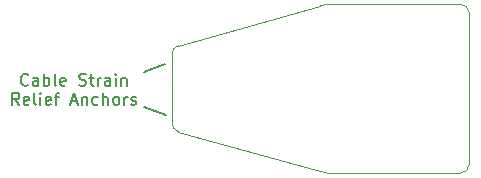
<source format=gbr>
%TF.GenerationSoftware,KiCad,Pcbnew,(6.0.4-0)*%
%TF.CreationDate,2022-05-31T15:07:25+12:00*%
%TF.ProjectId,usba_caddy,75736261-5f63-4616-9464-792e6b696361,rev?*%
%TF.SameCoordinates,PX6bf4b80PY4944400*%
%TF.FileFunction,Other,Comment*%
%FSLAX46Y46*%
G04 Gerber Fmt 4.6, Leading zero omitted, Abs format (unit mm)*
G04 Created by KiCad (PCBNEW (6.0.4-0)) date 2022-05-31 15:07:25*
%MOMM*%
%LPD*%
G01*
G04 APERTURE LIST*
%ADD10C,0.150000*%
%TA.AperFunction,Profile*%
%ADD11C,0.100000*%
%TD*%
G04 APERTURE END LIST*
D10*
X1125000Y12025000D02*
X2900000Y12750000D01*
X1125000Y9100000D02*
X2950000Y8425000D01*
D11*
X4025005Y14299979D02*
G75*
G03*
X3500000Y13625000I171395J-674979D01*
G01*
X16050000Y17675000D02*
X4025000Y14300000D01*
X16025000Y3650000D02*
X4000000Y7025000D01*
X27900000Y3500000D02*
G75*
G03*
X28650000Y4250000I0J750000D01*
G01*
X16024998Y3649996D02*
G75*
G03*
X16700000Y3500000I675002J1443804D01*
G01*
X28650000Y4250000D02*
X28650000Y17050000D01*
X28650000Y17050000D02*
G75*
G03*
X27900000Y17800000I-750000J0D01*
G01*
X16700000Y3500000D02*
X27900000Y3500000D01*
X3500482Y7724983D02*
G75*
G03*
X4000000Y7025000I704918J-25183D01*
G01*
X3500000Y7725000D02*
X3500000Y13625000D01*
X27900000Y17800000D02*
X16700000Y17800000D01*
X16700000Y17800000D02*
G75*
G03*
X16050000Y17675000I0J-1752500D01*
G01*
D10*
X-8705953Y10997858D02*
X-8753572Y10950239D01*
X-8896429Y10902620D01*
X-8991667Y10902620D01*
X-9134524Y10950239D01*
X-9229762Y11045477D01*
X-9277381Y11140715D01*
X-9325000Y11331191D01*
X-9325000Y11474048D01*
X-9277381Y11664524D01*
X-9229762Y11759762D01*
X-9134524Y11855000D01*
X-8991667Y11902620D01*
X-8896429Y11902620D01*
X-8753572Y11855000D01*
X-8705953Y11807381D01*
X-7848810Y10902620D02*
X-7848810Y11426429D01*
X-7896429Y11521667D01*
X-7991667Y11569286D01*
X-8182143Y11569286D01*
X-8277381Y11521667D01*
X-7848810Y10950239D02*
X-7944048Y10902620D01*
X-8182143Y10902620D01*
X-8277381Y10950239D01*
X-8325000Y11045477D01*
X-8325000Y11140715D01*
X-8277381Y11235953D01*
X-8182143Y11283572D01*
X-7944048Y11283572D01*
X-7848810Y11331191D01*
X-7372620Y10902620D02*
X-7372620Y11902620D01*
X-7372620Y11521667D02*
X-7277381Y11569286D01*
X-7086905Y11569286D01*
X-6991667Y11521667D01*
X-6944048Y11474048D01*
X-6896429Y11378810D01*
X-6896429Y11093096D01*
X-6944048Y10997858D01*
X-6991667Y10950239D01*
X-7086905Y10902620D01*
X-7277381Y10902620D01*
X-7372620Y10950239D01*
X-6325000Y10902620D02*
X-6420239Y10950239D01*
X-6467858Y11045477D01*
X-6467858Y11902620D01*
X-5563096Y10950239D02*
X-5658334Y10902620D01*
X-5848810Y10902620D01*
X-5944048Y10950239D01*
X-5991667Y11045477D01*
X-5991667Y11426429D01*
X-5944048Y11521667D01*
X-5848810Y11569286D01*
X-5658334Y11569286D01*
X-5563096Y11521667D01*
X-5515477Y11426429D01*
X-5515477Y11331191D01*
X-5991667Y11235953D01*
X-4372620Y10950239D02*
X-4229762Y10902620D01*
X-3991667Y10902620D01*
X-3896429Y10950239D01*
X-3848810Y10997858D01*
X-3801191Y11093096D01*
X-3801191Y11188334D01*
X-3848810Y11283572D01*
X-3896429Y11331191D01*
X-3991667Y11378810D01*
X-4182143Y11426429D01*
X-4277381Y11474048D01*
X-4325000Y11521667D01*
X-4372620Y11616905D01*
X-4372620Y11712143D01*
X-4325000Y11807381D01*
X-4277381Y11855000D01*
X-4182143Y11902620D01*
X-3944048Y11902620D01*
X-3801191Y11855000D01*
X-3515477Y11569286D02*
X-3134524Y11569286D01*
X-3372620Y11902620D02*
X-3372620Y11045477D01*
X-3325000Y10950239D01*
X-3229762Y10902620D01*
X-3134524Y10902620D01*
X-2801191Y10902620D02*
X-2801191Y11569286D01*
X-2801191Y11378810D02*
X-2753572Y11474048D01*
X-2705953Y11521667D01*
X-2610715Y11569286D01*
X-2515477Y11569286D01*
X-1753572Y10902620D02*
X-1753572Y11426429D01*
X-1801191Y11521667D01*
X-1896429Y11569286D01*
X-2086905Y11569286D01*
X-2182143Y11521667D01*
X-1753572Y10950239D02*
X-1848810Y10902620D01*
X-2086905Y10902620D01*
X-2182143Y10950239D01*
X-2229762Y11045477D01*
X-2229762Y11140715D01*
X-2182143Y11235953D01*
X-2086905Y11283572D01*
X-1848810Y11283572D01*
X-1753572Y11331191D01*
X-1277381Y10902620D02*
X-1277381Y11569286D01*
X-1277381Y11902620D02*
X-1325000Y11855000D01*
X-1277381Y11807381D01*
X-1229762Y11855000D01*
X-1277381Y11902620D01*
X-1277381Y11807381D01*
X-801191Y11569286D02*
X-801191Y10902620D01*
X-801191Y11474048D02*
X-753572Y11521667D01*
X-658334Y11569286D01*
X-515477Y11569286D01*
X-420239Y11521667D01*
X-372620Y11426429D01*
X-372620Y10902620D01*
X-9467858Y9292620D02*
X-9801191Y9768810D01*
X-10039286Y9292620D02*
X-10039286Y10292620D01*
X-9658334Y10292620D01*
X-9563096Y10245000D01*
X-9515477Y10197381D01*
X-9467858Y10102143D01*
X-9467858Y9959286D01*
X-9515477Y9864048D01*
X-9563096Y9816429D01*
X-9658334Y9768810D01*
X-10039286Y9768810D01*
X-8658334Y9340239D02*
X-8753572Y9292620D01*
X-8944048Y9292620D01*
X-9039286Y9340239D01*
X-9086905Y9435477D01*
X-9086905Y9816429D01*
X-9039286Y9911667D01*
X-8944048Y9959286D01*
X-8753572Y9959286D01*
X-8658334Y9911667D01*
X-8610715Y9816429D01*
X-8610715Y9721191D01*
X-9086905Y9625953D01*
X-8039286Y9292620D02*
X-8134524Y9340239D01*
X-8182143Y9435477D01*
X-8182143Y10292620D01*
X-7658334Y9292620D02*
X-7658334Y9959286D01*
X-7658334Y10292620D02*
X-7705953Y10245000D01*
X-7658334Y10197381D01*
X-7610715Y10245000D01*
X-7658334Y10292620D01*
X-7658334Y10197381D01*
X-6801191Y9340239D02*
X-6896429Y9292620D01*
X-7086905Y9292620D01*
X-7182143Y9340239D01*
X-7229762Y9435477D01*
X-7229762Y9816429D01*
X-7182143Y9911667D01*
X-7086905Y9959286D01*
X-6896429Y9959286D01*
X-6801191Y9911667D01*
X-6753572Y9816429D01*
X-6753572Y9721191D01*
X-7229762Y9625953D01*
X-6467858Y9959286D02*
X-6086905Y9959286D01*
X-6325000Y9292620D02*
X-6325000Y10149762D01*
X-6277381Y10245000D01*
X-6182143Y10292620D01*
X-6086905Y10292620D01*
X-5039286Y9578334D02*
X-4563096Y9578334D01*
X-5134524Y9292620D02*
X-4801191Y10292620D01*
X-4467858Y9292620D01*
X-4134524Y9959286D02*
X-4134524Y9292620D01*
X-4134524Y9864048D02*
X-4086905Y9911667D01*
X-3991667Y9959286D01*
X-3848810Y9959286D01*
X-3753572Y9911667D01*
X-3705953Y9816429D01*
X-3705953Y9292620D01*
X-2801191Y9340239D02*
X-2896429Y9292620D01*
X-3086905Y9292620D01*
X-3182143Y9340239D01*
X-3229762Y9387858D01*
X-3277381Y9483096D01*
X-3277381Y9768810D01*
X-3229762Y9864048D01*
X-3182143Y9911667D01*
X-3086905Y9959286D01*
X-2896429Y9959286D01*
X-2801191Y9911667D01*
X-2372620Y9292620D02*
X-2372620Y10292620D01*
X-1944048Y9292620D02*
X-1944048Y9816429D01*
X-1991667Y9911667D01*
X-2086905Y9959286D01*
X-2229762Y9959286D01*
X-2325000Y9911667D01*
X-2372620Y9864048D01*
X-1325000Y9292620D02*
X-1420239Y9340239D01*
X-1467858Y9387858D01*
X-1515477Y9483096D01*
X-1515477Y9768810D01*
X-1467858Y9864048D01*
X-1420239Y9911667D01*
X-1325000Y9959286D01*
X-1182143Y9959286D01*
X-1086905Y9911667D01*
X-1039286Y9864048D01*
X-991667Y9768810D01*
X-991667Y9483096D01*
X-1039286Y9387858D01*
X-1086905Y9340239D01*
X-1182143Y9292620D01*
X-1325000Y9292620D01*
X-563096Y9292620D02*
X-563096Y9959286D01*
X-563096Y9768810D02*
X-515477Y9864048D01*
X-467858Y9911667D01*
X-372620Y9959286D01*
X-277381Y9959286D01*
X8333Y9340239D02*
X103571Y9292620D01*
X294047Y9292620D01*
X389285Y9340239D01*
X436904Y9435477D01*
X436904Y9483096D01*
X389285Y9578334D01*
X294047Y9625953D01*
X151190Y9625953D01*
X55952Y9673572D01*
X8333Y9768810D01*
X8333Y9816429D01*
X55952Y9911667D01*
X151190Y9959286D01*
X294047Y9959286D01*
X389285Y9911667D01*
M02*

</source>
